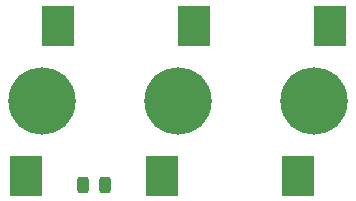
<source format=gbr>
%TF.GenerationSoftware,KiCad,Pcbnew,(6.0.0)*%
%TF.CreationDate,2022-11-21T18:04:57+01:00*%
%TF.ProjectId,fanali_coda_treno,66616e61-6c69-45f6-936f-64615f747265,rev?*%
%TF.SameCoordinates,Original*%
%TF.FileFunction,Paste,Bot*%
%TF.FilePolarity,Positive*%
%FSLAX46Y46*%
G04 Gerber Fmt 4.6, Leading zero omitted, Abs format (unit mm)*
G04 Created by KiCad (PCBNEW (6.0.0)) date 2022-11-21 18:04:57*
%MOMM*%
%LPD*%
G01*
G04 APERTURE LIST*
G04 Aperture macros list*
%AMRoundRect*
0 Rectangle with rounded corners*
0 $1 Rounding radius*
0 $2 $3 $4 $5 $6 $7 $8 $9 X,Y pos of 4 corners*
0 Add a 4 corners polygon primitive as box body*
4,1,4,$2,$3,$4,$5,$6,$7,$8,$9,$2,$3,0*
0 Add four circle primitives for the rounded corners*
1,1,$1+$1,$2,$3*
1,1,$1+$1,$4,$5*
1,1,$1+$1,$6,$7*
1,1,$1+$1,$8,$9*
0 Add four rect primitives between the rounded corners*
20,1,$1+$1,$2,$3,$4,$5,0*
20,1,$1+$1,$4,$5,$6,$7,0*
20,1,$1+$1,$6,$7,$8,$9,0*
20,1,$1+$1,$8,$9,$2,$3,0*%
G04 Aperture macros list end*
%ADD10RoundRect,0.243750X-0.243750X-0.456250X0.243750X-0.456250X0.243750X0.456250X-0.243750X0.456250X0*%
%ADD11R,2.700000X3.500000*%
%ADD12C,5.700000*%
G04 APERTURE END LIST*
D10*
%TO.C,D3*%
X22562500Y-30000000D03*
X24437500Y-30000000D03*
%TD*%
D11*
%TO.C,D2*%
X29275000Y-29230000D03*
X31975000Y-16530000D03*
D12*
X30625000Y-22880000D03*
%TD*%
D11*
%TO.C,D4*%
X40775000Y-29230000D03*
X43475000Y-16530000D03*
D12*
X42125000Y-22880000D03*
%TD*%
D11*
%TO.C,D5*%
X17775000Y-29230000D03*
X20475000Y-16530000D03*
D12*
X19125000Y-22880000D03*
%TD*%
M02*

</source>
